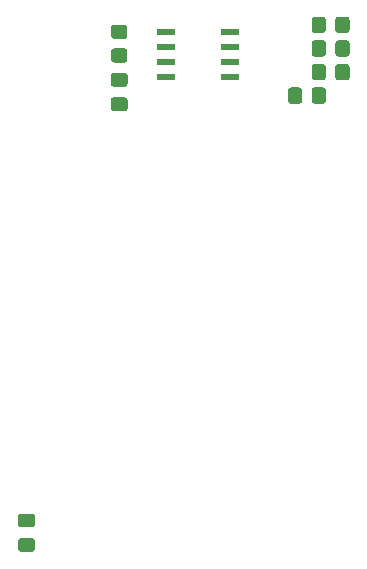
<source format=gbr>
%TF.GenerationSoftware,KiCad,Pcbnew,(5.1.7)-1*%
%TF.CreationDate,2020-10-18T12:33:11-05:00*%
%TF.ProjectId,Programmer Board,50726f67-7261-46d6-9d65-7220426f6172,A*%
%TF.SameCoordinates,Original*%
%TF.FileFunction,Paste,Bot*%
%TF.FilePolarity,Positive*%
%FSLAX46Y46*%
G04 Gerber Fmt 4.6, Leading zero omitted, Abs format (unit mm)*
G04 Created by KiCad (PCBNEW (5.1.7)-1) date 2020-10-18 12:33:11*
%MOMM*%
%LPD*%
G01*
G04 APERTURE LIST*
%ADD10R,1.550000X0.600000*%
G04 APERTURE END LIST*
D10*
%TO.C,U3*%
X143550000Y-89845000D03*
X148950000Y-89845000D03*
X143550000Y-91115000D03*
X148950000Y-91115000D03*
X143550000Y-92385000D03*
X148950000Y-92385000D03*
X143550000Y-93655000D03*
X148950000Y-93655000D03*
%TD*%
%TO.C,R10*%
G36*
G01*
X157900000Y-91700001D02*
X157900000Y-90799999D01*
G75*
G02*
X158149999Y-90550000I249999J0D01*
G01*
X158850001Y-90550000D01*
G75*
G02*
X159100000Y-90799999I0J-249999D01*
G01*
X159100000Y-91700001D01*
G75*
G02*
X158850001Y-91950000I-249999J0D01*
G01*
X158149999Y-91950000D01*
G75*
G02*
X157900000Y-91700001I0J249999D01*
G01*
G37*
G36*
G01*
X155900000Y-91700001D02*
X155900000Y-90799999D01*
G75*
G02*
X156149999Y-90550000I249999J0D01*
G01*
X156850001Y-90550000D01*
G75*
G02*
X157100000Y-90799999I0J-249999D01*
G01*
X157100000Y-91700001D01*
G75*
G02*
X156850001Y-91950000I-249999J0D01*
G01*
X156149999Y-91950000D01*
G75*
G02*
X155900000Y-91700001I0J249999D01*
G01*
G37*
%TD*%
%TO.C,R9*%
G36*
G01*
X157900000Y-89700001D02*
X157900000Y-88799999D01*
G75*
G02*
X158149999Y-88550000I249999J0D01*
G01*
X158850001Y-88550000D01*
G75*
G02*
X159100000Y-88799999I0J-249999D01*
G01*
X159100000Y-89700001D01*
G75*
G02*
X158850001Y-89950000I-249999J0D01*
G01*
X158149999Y-89950000D01*
G75*
G02*
X157900000Y-89700001I0J249999D01*
G01*
G37*
G36*
G01*
X155900000Y-89700001D02*
X155900000Y-88799999D01*
G75*
G02*
X156149999Y-88550000I249999J0D01*
G01*
X156850001Y-88550000D01*
G75*
G02*
X157100000Y-88799999I0J-249999D01*
G01*
X157100000Y-89700001D01*
G75*
G02*
X156850001Y-89950000I-249999J0D01*
G01*
X156149999Y-89950000D01*
G75*
G02*
X155900000Y-89700001I0J249999D01*
G01*
G37*
%TD*%
%TO.C,R8*%
G36*
G01*
X157900000Y-93711000D02*
X157900000Y-92810998D01*
G75*
G02*
X158149999Y-92560999I249999J0D01*
G01*
X158850001Y-92560999D01*
G75*
G02*
X159100000Y-92810998I0J-249999D01*
G01*
X159100000Y-93711000D01*
G75*
G02*
X158850001Y-93960999I-249999J0D01*
G01*
X158149999Y-93960999D01*
G75*
G02*
X157900000Y-93711000I0J249999D01*
G01*
G37*
G36*
G01*
X155900000Y-93711000D02*
X155900000Y-92810998D01*
G75*
G02*
X156149999Y-92560999I249999J0D01*
G01*
X156850001Y-92560999D01*
G75*
G02*
X157100000Y-92810998I0J-249999D01*
G01*
X157100000Y-93711000D01*
G75*
G02*
X156850001Y-93960999I-249999J0D01*
G01*
X156149999Y-93960999D01*
G75*
G02*
X155900000Y-93711000I0J249999D01*
G01*
G37*
%TD*%
%TO.C,R7*%
G36*
G01*
X155900000Y-95700001D02*
X155900000Y-94799999D01*
G75*
G02*
X156149999Y-94550000I249999J0D01*
G01*
X156850001Y-94550000D01*
G75*
G02*
X157100000Y-94799999I0J-249999D01*
G01*
X157100000Y-95700001D01*
G75*
G02*
X156850001Y-95950000I-249999J0D01*
G01*
X156149999Y-95950000D01*
G75*
G02*
X155900000Y-95700001I0J249999D01*
G01*
G37*
G36*
G01*
X153900000Y-95700001D02*
X153900000Y-94799999D01*
G75*
G02*
X154149999Y-94550000I249999J0D01*
G01*
X154850001Y-94550000D01*
G75*
G02*
X155100000Y-94799999I0J-249999D01*
G01*
X155100000Y-95700001D01*
G75*
G02*
X154850001Y-95950000I-249999J0D01*
G01*
X154149999Y-95950000D01*
G75*
G02*
X153900000Y-95700001I0J249999D01*
G01*
G37*
%TD*%
%TO.C,R6*%
G36*
G01*
X139149999Y-91250000D02*
X140050001Y-91250000D01*
G75*
G02*
X140300000Y-91499999I0J-249999D01*
G01*
X140300000Y-92200001D01*
G75*
G02*
X140050001Y-92450000I-249999J0D01*
G01*
X139149999Y-92450000D01*
G75*
G02*
X138900000Y-92200001I0J249999D01*
G01*
X138900000Y-91499999D01*
G75*
G02*
X139149999Y-91250000I249999J0D01*
G01*
G37*
G36*
G01*
X139149999Y-89250000D02*
X140050001Y-89250000D01*
G75*
G02*
X140300000Y-89499999I0J-249999D01*
G01*
X140300000Y-90200001D01*
G75*
G02*
X140050001Y-90450000I-249999J0D01*
G01*
X139149999Y-90450000D01*
G75*
G02*
X138900000Y-90200001I0J249999D01*
G01*
X138900000Y-89499999D01*
G75*
G02*
X139149999Y-89250000I249999J0D01*
G01*
G37*
%TD*%
%TO.C,C10*%
G36*
G01*
X139125000Y-95400000D02*
X140075000Y-95400000D01*
G75*
G02*
X140325000Y-95650000I0J-250000D01*
G01*
X140325000Y-96325000D01*
G75*
G02*
X140075000Y-96575000I-250000J0D01*
G01*
X139125000Y-96575000D01*
G75*
G02*
X138875000Y-96325000I0J250000D01*
G01*
X138875000Y-95650000D01*
G75*
G02*
X139125000Y-95400000I250000J0D01*
G01*
G37*
G36*
G01*
X139125000Y-93325000D02*
X140075000Y-93325000D01*
G75*
G02*
X140325000Y-93575000I0J-250000D01*
G01*
X140325000Y-94250000D01*
G75*
G02*
X140075000Y-94500000I-250000J0D01*
G01*
X139125000Y-94500000D01*
G75*
G02*
X138875000Y-94250000I0J250000D01*
G01*
X138875000Y-93575000D01*
G75*
G02*
X139125000Y-93325000I250000J0D01*
G01*
G37*
%TD*%
%TO.C,C4*%
G36*
G01*
X131275000Y-132700000D02*
X132225000Y-132700000D01*
G75*
G02*
X132475000Y-132950000I0J-250000D01*
G01*
X132475000Y-133625000D01*
G75*
G02*
X132225000Y-133875000I-250000J0D01*
G01*
X131275000Y-133875000D01*
G75*
G02*
X131025000Y-133625000I0J250000D01*
G01*
X131025000Y-132950000D01*
G75*
G02*
X131275000Y-132700000I250000J0D01*
G01*
G37*
G36*
G01*
X131275000Y-130625000D02*
X132225000Y-130625000D01*
G75*
G02*
X132475000Y-130875000I0J-250000D01*
G01*
X132475000Y-131550000D01*
G75*
G02*
X132225000Y-131800000I-250000J0D01*
G01*
X131275000Y-131800000D01*
G75*
G02*
X131025000Y-131550000I0J250000D01*
G01*
X131025000Y-130875000D01*
G75*
G02*
X131275000Y-130625000I250000J0D01*
G01*
G37*
%TD*%
M02*

</source>
